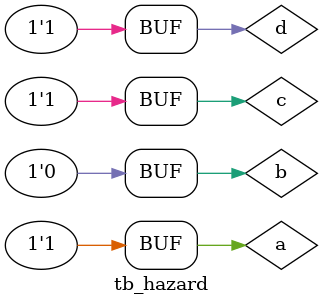
<source format=v>
`timescale 1ns/1ps
module hazard (input a, b, c, d, output z);
    wire w1;
    wire w2;
    wire w3;
    wire w4;

    nor #(1) a1 (w1, d, ~a);
    nor #(1) a2 (w2, a, c);
    nand #(1) a3 (w4, a, b);
    or #(1) a4 (w3, w1, w2);
    nand #(1) a5 (z, w3, w4);
endmodule

`timescale 1ns/1ps
module tb_hazard ();
    reg a, b, c, d;
    wire z;

    initial begin
        a = 0;
		b = 0;
		c = 0;
		d = 0;
    end

    always begin
        a = 0; b = 0; c = 0; d = 0;
        #10;   
        a = 1; b = 0; c = 0; d = 0;  
        #10;  
        a = 0; b = 0; c = 0; d = 1;  
        #10;  
        a = 1; b = 0; c = 0; d = 1;  
        #10;  

        a = 0; b = 0; c = 1; d = 1;  
        #10;  
        a = 1; b = 0; c = 1; d = 1; 
        #10;  

        a = 0; b = 0; c = 1; d = 0;  
        #10;  
        a = 1; b = 0; c = 1; d = 0; 
        #10;  

        a = 0; b = 1; c = 0; d = 0;  
        #10;  
        a = 1; b = 1; c = 0; d = 0; 
        
        a = 0; b = 1; c = 0; d = 1;  
        #10;  
        a = 1; b = 1; c = 0; d = 1;
        #10;  
        
        a = 0; b = 1; c = 1; d = 1;  
        #10;  
        a = 1; b = 1; c = 1; d = 1;
        #10;  
        
        a = 0; b = 1; c = 1; d = 0;  
        #10;  
        a = 1; b = 1; c = 1; d = 0; // HAZARD HERE
        #10;  
        
        a = 0; b = 1; c = 1; d = 0;  // HAZARD HERE
        #10;  
        a = 1; b = 1; c = 1; d = 0; 
        #10;  

        // B transitions
        
        a = 0; b = 0; c = 0; d = 0;  
        #10;  
        a = 0; b = 1; c = 0; d = 0;   
        #10;  
        
        a = 0; b = 0; c = 0; d = 1;  
        #10;  
        a = 0; b = 1; c = 0; d = 1;   
        #10;  
        
        a = 0; b = 0; c = 1; d = 1;  
        #10;  
        a = 0; b = 1; c = 1; d = 1;   
        #10;  
        
        a = 0; b = 0; c = 1; d = 0;  
        #10;  
        a = 0; b = 1; c = 1; d = 0;   
        #10;  
        
        a = 1; b = 0; c = 0; d = 0;  
        #10;  
        a = 1; b = 1; c = 0; d = 0;   
        #10;  
        
        a = 1; b = 0; c = 0; d = 1;  
        #10;  
        a = 1; b = 1; c = 0; d = 1;  
        #10;  
        
        a = 1; b = 0; c = 1; d = 1;  
        #10; 
        a = 1; b = 1; c = 1; d = 1;   
        #10;  
        
        a = 1; b = 0; c = 1; d = 0;  
        #10;  
        a = 1; b = 1; c = 1; d = 0;   
        #10;  

        // C transitions
        
        a = 0; b = 0; c = 0; d = 0;  
        #10;  
        a = 0; b = 0; c = 1; d = 0;  
        #10;  
        
        a = 0; b = 1; c = 0; d = 0;  
        #10;  
        a = 0; b = 1; c = 1; d = 0;  
        #10;  
        
        a = 1; b = 1; c = 0; d = 0;  
        #10;  
        a = 1; b = 1; c = 1; d = 0; 
        #10;  
        
        a = 1; b = 0; c = 0; d = 0;  
        #10;  
        a = 1; b = 0; c = 1; d = 0;  
        #10;  
        
        a = 0; b = 0; c = 0; d = 1;  
        #10;  
        a = 0; b = 0; c = 1; d = 1;  
        #10;  
        
        a = 0; b = 1; c = 0; d = 1;  
        #10;  
        a = 0; b = 1; c = 1; d = 1;  
        #10;  
        
        a = 1; b = 1; c = 0; d = 1;  
        #10;  
        a = 1; b = 1; c = 1; d = 1;  
        #10;  
        
        a = 1; b = 0; c = 0; d = 1;  
        #10;  
        a = 1; b = 0; c = 1; d = 1;  
        #10;  

        // D transitions
        
        a = 0; b = 0; c = 0; d = 0;  
        #10;  
        a = 0; b = 0; c = 0; d = 1;   
        #10;  
        
        a = 0; b = 1; c = 0; d = 0;  
        #10;  
        a = 0; b = 1; c = 0; d = 1;   
        #10;  
        
        a = 1; b = 1; c = 0; d = 0;  
        #10;  
        a = 1; b = 1; c = 0; d = 1;   
        #10;  
        
        a = 1; b = 0; c = 0; d = 0;  
        #10;  
        a = 1; b = 0; c = 0; d = 1;   
        #10;  
        
        a = 0; b = 0; c = 1; d = 0;  
        #10;  
        a = 0; b = 0; c = 1; d = 1;   
        #10;  
        
        a = 0; b = 1; c = 1; d = 0;  
        #10;  
        a = 0; b = 1; c = 1; d = 1;   
        #10;  
        
        a = 1; b = 1; c = 1; d = 0;  
        #10;  
        a = 1; b = 1; c = 1; d = 1;   
        #10;  
        
        a = 1; b = 0; c = 1; d = 0;  
        #10;  
        a = 1; b = 0; c = 1; d = 1;   
        #10;  
        end
    
    hazard uut (.a (a), .b (b), .c (c), .d (d), .z (z));
endmodule

</source>
